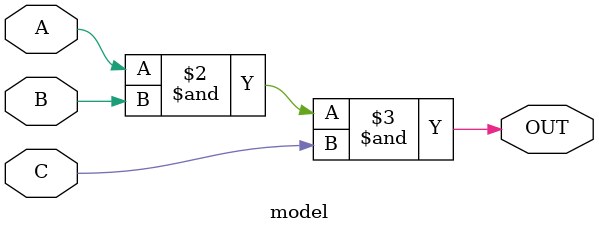
<source format=v>

module model(
    input A,
    input B,
    input C,
    output OUT
);
always @(*) begin
    
end
assign OUT = A&B&C;

endmodule

</source>
